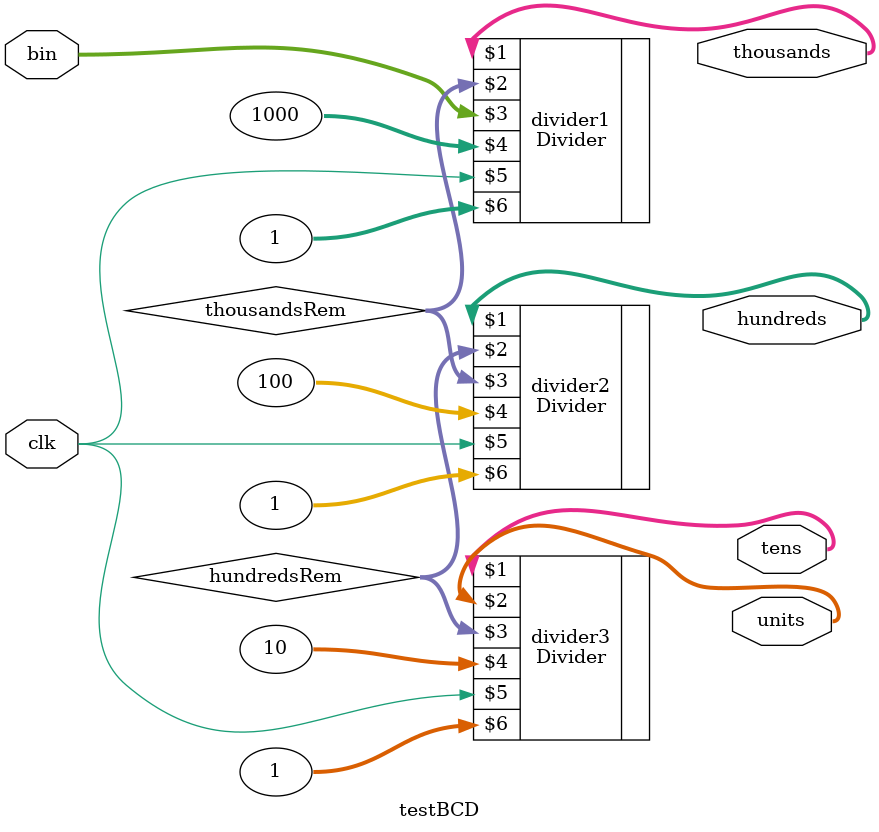
<source format=v>
`timescale 1ns / 1ps

module testBCD(input clk, input [15:0] bin, output [3:0] units, output  [3:0] tens, output[3:0] hundreds, output [3:0] thousands);
	
	wire en_thousands, en_hundreds, en_tens;
	wire [7:0] thousandsRem, hundredsRem, hundreds1, hundreds2, tens1, tens2, tens3, units1, units2, units3;
	


	
	// if number has thousands
	Divider divider1 (thousands, thousandsRem, bin, 		  1000, clk, 1);
	Divider divider2 (hundreds, hundredsRem,  thousandsRem, 100,  clk, 1);
	Divider divider3 (tens, 	 units, 			hundredsRem,  10,   clk, 1);
	
	
	
endmodule
</source>
